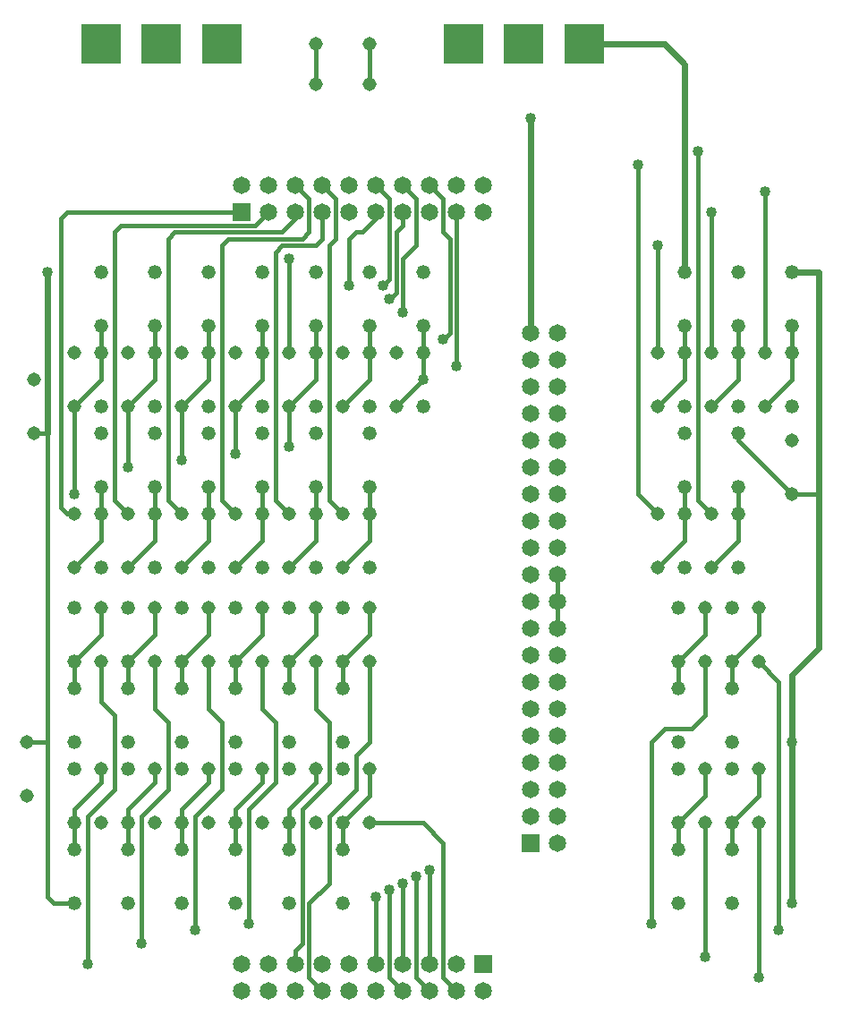
<source format=gbl>
G04 Output by ViewMate Deluxe V11.0.9  PentaLogix LLC*
G04 Sun Jun 14 09:42:27 2015*
%FSLAX33Y33*%
%MOMM*%
%IPPOS*%
%ADD10R,1.651X1.651*%
%ADD11C,1.651*%
%ADD12C,1.3208*%
%ADD13C,1.3081*%
%ADD14R,3.81X3.81*%
%ADD15C,0.4064*%
%ADD16C,1.016*%
%ADD17C,0.6096*%

%LPD*%
X0Y0D2*D15*G1X45339Y102489D2*X45339Y98679D1*X50419Y98679D2*X50419Y102489D1*X68199Y47244D2*X68199Y49784D1*X68199Y52324*X80264Y73279D2*X80264Y75819D1*X87884Y68199D2*X90424Y70739D1*X90424Y73279*X90424Y75819*X87884Y73279D2*X87884Y88519D1*X85344Y75819D2*X85344Y73279D1*X85344Y70739*X82804Y68199*X85344Y65024D2*X85344Y65659D1*X92964Y59944D2*X90424Y59944D1*X85344Y65024*X80264Y58039D2*X80264Y60579D1*X77724Y52959D2*X80264Y55499D1*X80264Y58039*X77724Y58039D2*X75819Y59944D1*X75819Y91059*X77724Y73279D2*X77724Y83439D1*X77724Y68199D2*X80264Y70739D1*X80264Y73279*X82804Y86614D2*X82804Y73279D1*X81534Y92329D2*X81534Y59309D1*X82804Y58039*X85344Y60579D2*X85344Y58039D1*X85344Y55499*X82804Y52959*X82169Y46609D2*X82169Y49149D1*X87249Y33909D2*X87249Y31369D1*X82169Y33909D2*X82169Y31369D1*X79629Y28829*X79629Y26289*X82169Y28829D2*X82169Y16129D1*X84709Y26289D2*X84709Y28829D1*X87249Y31369*X87249Y14224D2*X87249Y28829D1*X89154Y18669D2*X89154Y42164D1*X87249Y44069*X87249Y49149D2*X87249Y46609D1*X84709Y44069*X84709Y41529*X79629Y41529D2*X79629Y44069D1*X82169Y46609*X82169Y44069D2*X82169Y38989D1*X80899Y37719*X78359Y37719*X77089Y36449*X77089Y19304*X44704Y14224D2*X45974Y12954D1*X51054Y15494D2*X51054Y21844D1*X53594Y12954D2*X52324Y14224D1*X52324Y22479*X53594Y15494D2*X53594Y23114D1*X56134Y24384D2*X56134Y15494D1*X54864Y23749D2*X54864Y14224D1*X56134Y12954*X58674Y12954D2*X57404Y14224D1*X57404Y26924*X55499Y28829*X50419Y28829*X50419Y33909D2*X50419Y31369D1*X47879Y28829*X47879Y26289*X45339Y33909D2*X45339Y32639D1*X42799Y30099*X42799Y26289D2*X42799Y28829D1*X42799Y30099*X40259Y33909D2*X40259Y32639D1*X37719Y30099*X37719Y26289D2*X37719Y28829D1*X37719Y30099*X35179Y33909D2*X35179Y32639D1*X32639Y30099*X32639Y26289D2*X32639Y28829D1*X32639Y30099*X30099Y33909D2*X30099Y32639D1*X27559Y30099*X27559Y28829*X27559Y26289*X22479Y26289D2*X22479Y28829D1*X22479Y30099*X25019Y32639*X25019Y33909*X25019Y49149D2*X25019Y46609D1*X25019Y55499D2*X22479Y52959D1*X35179Y60579D2*X35179Y58039D1*X32639Y63119D2*X32639Y68199D1*X35179Y70739*X35179Y73279*X35179Y75819*X40259Y75819D2*X40259Y73279D1*X40259Y70739*X37719Y68199*X37719Y63754*X50419Y46609D2*X50419Y49149D1*X47879Y41529D2*X47879Y44069D1*X50419Y46609*X50419Y44069D2*X50419Y36449D1*X49149Y35179*X49149Y32004*X46609Y29464*X46609Y23114*X44704Y21209*X44704Y14224*X43434Y15494D2*X43434Y16764D1*X44069Y17399*X44069Y30099*X46609Y32639*X46609Y38354*X45339Y39624*X45339Y44069*X45339Y49149D2*X45339Y46609D1*X42799Y44069*X42799Y41529*X40259Y44069D2*X40259Y39624D1*X41529Y38354*X41529Y32639*X38989Y30099*X38989Y19304*X33909Y18669D2*X33909Y29464D1*X36449Y32004*X36449Y38354*X35179Y39624*X35179Y44069*X37719Y41529D2*X37719Y44069D1*X40259Y46609*X40259Y49149*X45339Y55499D2*X42799Y52959D1*X50419Y60579D2*X50419Y58039D1*X58674Y86614D2*X58674Y72009D1*X56134Y89154D2*X57404Y87884D1*X57404Y84709*X50419Y75819D2*X50419Y73279D1*X50419Y70739*X47879Y68199*X52959Y68199D2*X55499Y70739D1*X55499Y73279*X55499Y75819*X57404Y74549D2*X58039Y75184D1*X58039Y84074*X57404Y84709*X52959Y84709D2*X53594Y85344D1*X53594Y86614*X53594Y89154D2*X54864Y87884D1*X54864Y83439*X53594Y82169*X53594Y77089*X52324Y78359D2*X52959Y78994D1*X52959Y84709*X49149Y84709D2*X49784Y84709D1*X51054Y85979*X51054Y86614*X51054Y89154D2*X52324Y87884D1*X52324Y80264*X51689Y79629*X48514Y79629D2*X48514Y84074D1*X49149Y84709*X45974Y89154D2*X47244Y87884D1*X43434Y89154D2*X44704Y87884D1*X39624Y85344D2*X40894Y86614D1*X42799Y73279D2*X42799Y82169D1*X45339Y75819D2*X45339Y73279D1*X45339Y70739*X42799Y68199*X42799Y64389*X45339Y60579D2*X45339Y58039D1*X45339Y55499*X47879Y52959D2*X50419Y55499D1*X50419Y58039*X47879Y58039D2*X46609Y59309D1*X46609Y83439*X47244Y84074*X47244Y87884*X45974Y86614D2*X45974Y84074D1*X45339Y83439*X42164Y83439*X41529Y82804*X41529Y59309*X42799Y58039*X40259Y60579D2*X40259Y58039D1*X40259Y55499*X37719Y52959*X35179Y49149D2*X35179Y46609D1*X32639Y44069*X32639Y41529*X30099Y44069D2*X30099Y39624D1*X31369Y38354*X31369Y32004*X28829Y29464*X28829Y17399*X23749Y15494D2*X23749Y29464D1*X26289Y32004*X26289Y38989*X22479Y41529D2*X22479Y44069D1*X25019Y46609*X25019Y44069D2*X25019Y40259D1*X26289Y38989*X27559Y41529D2*X27559Y44069D1*X30099Y46609*X30099Y49149*X32639Y52959D2*X35179Y55499D1*X35179Y58039*X37719Y58039D2*X36449Y59309D1*X36449Y83439*X37084Y84074*X44069Y84074*X44704Y84709*X44704Y87884*X43434Y86614D2*X43434Y85979D1*X42164Y84709*X32004Y84709*X31369Y84074*X31369Y59309*X32639Y58039*X30099Y60579D2*X30099Y58039D1*X22479Y68199D2*X25019Y70739D1*X25019Y73279*X25019Y75819*X30099Y75819D2*X30099Y73279D1*X30099Y70739*X27559Y68199*X27559Y62484*X25019Y60579D2*X25019Y58039D1*X25019Y55499*X27559Y52959D2*X30099Y55499D1*X30099Y58039*X27559Y58039D2*X26289Y59309D1*X26289Y84709*X26924Y85344*X39624Y85344*X38354Y86614D2*X21844Y86614D1*X21209Y85979*X21209Y58674*X22479Y58039D2*X21844Y58039D1*X21209Y58674*X22479Y68199D2*X22479Y59944D1*X18669Y65659D2*X19939Y65659D1*X19939Y36449*X18034Y36449D2*X19939Y36449D1*X19939Y21844*X22479Y21209D2*X20574Y21209D1*X19939Y21844*D17*X90424Y21209D2*X90424Y36449D1*X90424Y42799*X92964Y45339*X92964Y59944*X92964Y80899*X90424Y80899*X80264Y80899D2*X80264Y100584D1*X78359Y102489*X70739Y102489*X65659Y75184D2*X65659Y95504D1*X19939Y65659D2*X19939Y80899D1*D10*X38354Y86614D3*X65659Y26924D3*X61214Y15494D3*D11*X38354Y12954D3*X38354Y15494D3*X40894Y15494D3*X40894Y12954D3*X43434Y12954D3*X43434Y15494D3*X45974Y15494D3*X45974Y12954D3*X48514Y12954D3*X48514Y15494D3*X51054Y15494D3*X51054Y12954D3*X53594Y12954D3*X53594Y15494D3*X56134Y15494D3*X56134Y12954D3*X61214Y12954D3*X58674Y12954D3*X58674Y15494D3*X65659Y29464D3*X68199Y26924D3*X68199Y29464D3*X68199Y37084D3*X68199Y34544D3*X68199Y32004D3*X65659Y32004D3*X65659Y34544D3*X65659Y37084D3*X65659Y44704D3*X65659Y42164D3*X65659Y39624D3*X68199Y39624D3*X68199Y42164D3*X68199Y44704D3*X68199Y49784D3*X68199Y47244D3*X65659Y47244D3*X65659Y49784D3*X65659Y57404D3*X65659Y54864D3*X65659Y52324D3*X68199Y52324D3*X68199Y54864D3*X68199Y57404D3*X68199Y62484D3*X68199Y59944D3*X65659Y59944D3*X65659Y62484D3*X65659Y70104D3*X65659Y67564D3*X65659Y65024D3*X68199Y65024D3*X68199Y67564D3*X68199Y70104D3*X68199Y75184D3*X68199Y72644D3*X65659Y72644D3*X65659Y75184D3*X61214Y86614D3*X61214Y89154D3*X58674Y89154D3*X58674Y86614D3*X56134Y86614D3*X56134Y89154D3*X53594Y89154D3*X53594Y86614D3*X51054Y86614D3*X51054Y89154D3*X48514Y89154D3*X48514Y86614D3*X45974Y86614D3*X45974Y89154D3*X43434Y89154D3*X43434Y86614D3*X40894Y86614D3*X40894Y89154D3*X38354Y89154D3*D12*X55499Y80899D3*X55499Y75819D3*X55499Y73279D3*X55499Y68199D3*X84709Y21209D3*X84709Y26289D3*X84709Y28829D3*X84709Y33909D3*X84709Y36449D3*X84709Y41529D3*X84709Y44069D3*X90424Y80899D3*X90424Y75819D3*X90424Y73279D3*X90424Y68199D3*X80264Y58039D3*X80264Y60579D3*X80264Y65659D3*X80264Y68199D3*X80264Y73279D3*X80264Y75819D3*X80264Y80899D3*X85344Y80899D3*X85344Y75819D3*X85344Y73279D3*X85344Y68199D3*X85344Y65659D3*X85344Y60579D3*X85344Y58039D3*X85344Y52959D3*X84709Y49149D3*X80264Y52959D3*X79629Y49149D3*X79629Y44069D3*X79629Y41529D3*X79629Y36449D3*X79629Y33909D3*X79629Y28829D3*X79629Y26289D3*X79629Y21209D3*X47879Y21209D3*X47879Y26289D3*X47879Y28829D3*X47879Y33909D3*X47879Y36449D3*X47879Y41529D3*X47879Y44069D3*X45339Y52959D3*X47879Y49149D3*X50419Y52959D3*X50419Y58039D3*X50419Y60579D3*X50419Y65659D3*X50419Y68199D3*X50419Y73279D3*X50419Y75819D3*X50419Y80899D3*X45339Y80899D3*X45339Y75819D3*X45339Y73279D3*X45339Y68199D3*X45339Y65659D3*X45339Y60579D3*X45339Y58039D3*X25019Y58039D3*X25019Y60579D3*X25019Y65659D3*X25019Y68199D3*X25019Y73279D3*X25019Y75819D3*X25019Y80899D3*X30099Y80899D3*X30099Y75819D3*X30099Y73279D3*X30099Y68199D3*X30099Y65659D3*X30099Y60579D3*X30099Y58039D3*X35179Y58039D3*X35179Y60579D3*X35179Y65659D3*X35179Y68199D3*X35179Y73279D3*X35179Y75819D3*X35179Y80899D3*X40259Y80899D3*X40259Y75819D3*X40259Y73279D3*X40259Y68199D3*X40259Y65659D3*X40259Y60579D3*X40259Y58039D3*X40259Y52959D3*X42799Y49149D3*X42799Y44069D3*X42799Y41529D3*X42799Y36449D3*X42799Y33909D3*X42799Y28829D3*X42799Y26289D3*X42799Y21209D3*X32639Y21209D3*X32639Y26289D3*X32639Y28829D3*X32639Y33909D3*X32639Y36449D3*X32639Y41529D3*X32639Y44069D3*X27559Y44069D3*X27559Y41529D3*X27559Y36449D3*X27559Y33909D3*X27559Y28829D3*X27559Y26289D3*X27559Y21209D3*X22479Y21209D3*X22479Y26289D3*X22479Y28829D3*X22479Y33909D3*X22479Y36449D3*X22479Y41529D3*X22479Y44069D3*X22479Y49149D3*X25019Y52959D3*X27559Y49149D3*X30099Y52959D3*X32639Y49149D3*X35179Y52959D3*X37719Y49149D3*X37719Y44069D3*X37719Y41529D3*X37719Y36449D3*X37719Y33909D3*X37719Y28829D3*X37719Y26289D3*X37719Y21209D3*D13*X87249Y33909D3*X87249Y28829D3*X82169Y28829D3*X82169Y33909D3*X77724Y58039D3*X77724Y52959D3*X87249Y49149D3*X87249Y44069D3*X82169Y44069D3*X82169Y49149D3*X82804Y52959D3*X82804Y58039D3*X90424Y59944D3*X90424Y65024D3*X87884Y68199D3*X87884Y73279D3*X82804Y73279D3*X82804Y68199D3*X77724Y68199D3*X77724Y73279D3*X50419Y98679D3*X50419Y102489D3*X45339Y102489D3*X45339Y98679D3*X27559Y58039D3*X32639Y58039D3*X37719Y58039D3*X42799Y58039D3*X47879Y58039D3*X50419Y28829D3*X50419Y33909D3*X45339Y33909D3*X45339Y28829D3*X40259Y28829D3*X40259Y33909D3*X35179Y33909D3*X35179Y28829D3*X30099Y28829D3*X30099Y33909D3*X25019Y33909D3*X25019Y28829D3*X18034Y31369D3*X18034Y36449D3*X25019Y44069D3*X30099Y44069D3*X35179Y44069D3*X40259Y44069D3*X45339Y44069D3*X50419Y44069D3*X50419Y49149D3*X47879Y52959D3*X45339Y49149D3*X42799Y52959D3*X40259Y49149D3*X37719Y52959D3*X35179Y49149D3*X32639Y52959D3*X30099Y49149D3*X27559Y52959D3*X25019Y49149D3*X22479Y52959D3*X22479Y58039D3*X18669Y65659D3*X22479Y68199D3*X18669Y70739D3*X22479Y73279D3*X27559Y73279D3*X27559Y68199D3*X32639Y68199D3*X32639Y73279D3*X37719Y73279D3*X37719Y68199D3*X42799Y68199D3*X42799Y73279D3*X47879Y73279D3*X47879Y68199D3*X52959Y68199D3*X52959Y73279D3*D14*X25019Y102489D3*X30734Y102489D3*X36449Y102489D3*X59309Y102489D3*X65024Y102489D3*X70739Y102489D3*D16*X23749Y15494D3*X28829Y17399D3*X33909Y18669D3*X38989Y19304D3*X51054Y21844D3*X52324Y22479D3*X53594Y23114D3*X54864Y23749D3*X56134Y24384D3*X77089Y19304D3*X82169Y16129D3*X87249Y14224D3*X89154Y18669D3*X90424Y21209D3*X90424Y36449D3*X77724Y83439D3*X87884Y88519D3*X82804Y86614D3*X81534Y92329D3*X75819Y91059D3*X65659Y95504D3*X19939Y80899D3*X22479Y59944D3*X27559Y62484D3*X32639Y63119D3*X37719Y63754D3*X42799Y64389D3*X55499Y70739D3*X58674Y72009D3*X57404Y74549D3*X53594Y77089D3*X52324Y78359D3*X51689Y79629D3*X48514Y79629D3*X42799Y82169D3*X0Y0D2*M02*
</source>
